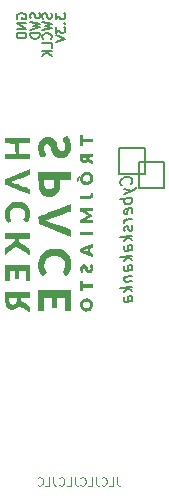
<source format=gbo>
G04 #@! TF.GenerationSoftware,KiCad,Pcbnew,(6.0.6)*
G04 #@! TF.CreationDate,2022-07-02T21:51:47+02:00*
G04 #@! TF.ProjectId,hs3-arduino-nano,6873332d-6172-4647-9569-6e6f2d6e616e,rev?*
G04 #@! TF.SameCoordinates,Original*
G04 #@! TF.FileFunction,Legend,Bot*
G04 #@! TF.FilePolarity,Positive*
%FSLAX46Y46*%
G04 Gerber Fmt 4.6, Leading zero omitted, Abs format (unit mm)*
G04 Created by KiCad (PCBNEW (6.0.6)) date 2022-07-02 21:51:47*
%MOMM*%
%LPD*%
G01*
G04 APERTURE LIST*
%ADD10C,0.150000*%
%ADD11C,0.100000*%
%ADD12C,2.540000*%
%ADD13R,0.850000X0.850000*%
%ADD14O,0.850000X0.850000*%
%ADD15C,0.650000*%
%ADD16O,1.000000X2.100000*%
%ADD17O,1.000000X1.600000*%
G04 APERTURE END LIST*
D10*
X152273000Y-84455000D02*
X154432000Y-84455000D01*
X154432000Y-84455000D02*
X154432000Y-82296000D01*
X154432000Y-82296000D02*
X152273000Y-82296000D01*
X152273000Y-82296000D02*
X152273000Y-84455000D01*
X150622000Y-83248500D02*
X152781000Y-83248500D01*
X152781000Y-83248500D02*
X152781000Y-81089500D01*
X152781000Y-81089500D02*
X150622000Y-81089500D01*
X150622000Y-81089500D02*
X150622000Y-83248500D01*
D11*
X150426333Y-108963666D02*
X150426333Y-109463666D01*
X150459666Y-109563666D01*
X150526333Y-109630333D01*
X150626333Y-109663666D01*
X150693000Y-109663666D01*
X149759666Y-109663666D02*
X150093000Y-109663666D01*
X150093000Y-108963666D01*
X149126333Y-109597000D02*
X149159666Y-109630333D01*
X149259666Y-109663666D01*
X149326333Y-109663666D01*
X149426333Y-109630333D01*
X149493000Y-109563666D01*
X149526333Y-109497000D01*
X149559666Y-109363666D01*
X149559666Y-109263666D01*
X149526333Y-109130333D01*
X149493000Y-109063666D01*
X149426333Y-108997000D01*
X149326333Y-108963666D01*
X149259666Y-108963666D01*
X149159666Y-108997000D01*
X149126333Y-109030333D01*
X148626333Y-108963666D02*
X148626333Y-109463666D01*
X148659666Y-109563666D01*
X148726333Y-109630333D01*
X148826333Y-109663666D01*
X148893000Y-109663666D01*
X147959666Y-109663666D02*
X148293000Y-109663666D01*
X148293000Y-108963666D01*
X147326333Y-109597000D02*
X147359666Y-109630333D01*
X147459666Y-109663666D01*
X147526333Y-109663666D01*
X147626333Y-109630333D01*
X147693000Y-109563666D01*
X147726333Y-109497000D01*
X147759666Y-109363666D01*
X147759666Y-109263666D01*
X147726333Y-109130333D01*
X147693000Y-109063666D01*
X147626333Y-108997000D01*
X147526333Y-108963666D01*
X147459666Y-108963666D01*
X147359666Y-108997000D01*
X147326333Y-109030333D01*
X146826333Y-108963666D02*
X146826333Y-109463666D01*
X146859666Y-109563666D01*
X146926333Y-109630333D01*
X147026333Y-109663666D01*
X147093000Y-109663666D01*
X146159666Y-109663666D02*
X146493000Y-109663666D01*
X146493000Y-108963666D01*
X145526333Y-109597000D02*
X145559666Y-109630333D01*
X145659666Y-109663666D01*
X145726333Y-109663666D01*
X145826333Y-109630333D01*
X145893000Y-109563666D01*
X145926333Y-109497000D01*
X145959666Y-109363666D01*
X145959666Y-109263666D01*
X145926333Y-109130333D01*
X145893000Y-109063666D01*
X145826333Y-108997000D01*
X145726333Y-108963666D01*
X145659666Y-108963666D01*
X145559666Y-108997000D01*
X145526333Y-109030333D01*
X145026333Y-108963666D02*
X145026333Y-109463666D01*
X145059666Y-109563666D01*
X145126333Y-109630333D01*
X145226333Y-109663666D01*
X145293000Y-109663666D01*
X144359666Y-109663666D02*
X144693000Y-109663666D01*
X144693000Y-108963666D01*
X143726333Y-109597000D02*
X143759666Y-109630333D01*
X143859666Y-109663666D01*
X143926333Y-109663666D01*
X144026333Y-109630333D01*
X144093000Y-109563666D01*
X144126333Y-109497000D01*
X144159666Y-109363666D01*
X144159666Y-109263666D01*
X144126333Y-109130333D01*
X144093000Y-109063666D01*
X144026333Y-108997000D01*
X143926333Y-108963666D01*
X143859666Y-108963666D01*
X143759666Y-108997000D01*
X143726333Y-109030333D01*
D10*
X151614142Y-84126755D02*
X151661761Y-84073184D01*
X151709380Y-83924375D01*
X151709380Y-83829136D01*
X151661761Y-83692232D01*
X151566523Y-83608898D01*
X151471285Y-83573184D01*
X151280809Y-83549375D01*
X151137952Y-83567232D01*
X150947476Y-83638660D01*
X150852238Y-83698184D01*
X150757000Y-83805327D01*
X150709380Y-83954136D01*
X150709380Y-84049375D01*
X150757000Y-84186279D01*
X150804619Y-84227946D01*
X151042714Y-84531517D02*
X151709380Y-84686279D01*
X151042714Y-85007708D02*
X151709380Y-84686279D01*
X151947476Y-84561279D01*
X151995095Y-84507708D01*
X152042714Y-84406517D01*
X151709380Y-85305327D02*
X150709380Y-85430327D01*
X151090333Y-85382708D02*
X151042714Y-85483898D01*
X151042714Y-85674375D01*
X151090333Y-85763660D01*
X151137952Y-85805327D01*
X151233190Y-85841041D01*
X151518904Y-85805327D01*
X151614142Y-85745803D01*
X151661761Y-85692232D01*
X151709380Y-85591041D01*
X151709380Y-85400565D01*
X151661761Y-85311279D01*
X151661761Y-86596994D02*
X151709380Y-86495803D01*
X151709380Y-86305327D01*
X151661761Y-86216041D01*
X151566523Y-86180327D01*
X151185571Y-86227946D01*
X151090333Y-86287470D01*
X151042714Y-86388660D01*
X151042714Y-86579136D01*
X151090333Y-86668422D01*
X151185571Y-86704136D01*
X151280809Y-86692232D01*
X151376047Y-86204136D01*
X151709380Y-87067232D02*
X151042714Y-87150565D01*
X151233190Y-87126755D02*
X151137952Y-87186279D01*
X151090333Y-87239851D01*
X151042714Y-87341041D01*
X151042714Y-87436279D01*
X151661761Y-87644613D02*
X151709380Y-87733898D01*
X151709380Y-87924375D01*
X151661761Y-88025565D01*
X151566523Y-88085089D01*
X151518904Y-88091041D01*
X151423666Y-88055327D01*
X151376047Y-87966041D01*
X151376047Y-87823184D01*
X151328428Y-87733898D01*
X151233190Y-87698184D01*
X151185571Y-87704136D01*
X151090333Y-87763660D01*
X151042714Y-87864851D01*
X151042714Y-88007708D01*
X151090333Y-88096994D01*
X151709380Y-88495803D02*
X150709380Y-88620803D01*
X151328428Y-88638660D02*
X151709380Y-88876755D01*
X151042714Y-88960089D02*
X151423666Y-88531517D01*
X151709380Y-89733898D02*
X151185571Y-89799375D01*
X151090333Y-89763660D01*
X151042714Y-89674375D01*
X151042714Y-89483898D01*
X151090333Y-89382708D01*
X151661761Y-89739851D02*
X151709380Y-89638660D01*
X151709380Y-89400565D01*
X151661761Y-89311279D01*
X151566523Y-89275565D01*
X151471285Y-89287470D01*
X151376047Y-89346994D01*
X151328428Y-89448184D01*
X151328428Y-89686279D01*
X151280809Y-89787470D01*
X151709380Y-90210089D02*
X150709380Y-90335089D01*
X151328428Y-90352946D02*
X151709380Y-90591041D01*
X151042714Y-90674375D02*
X151423666Y-90245803D01*
X151709380Y-91448184D02*
X151185571Y-91513660D01*
X151090333Y-91477946D01*
X151042714Y-91388660D01*
X151042714Y-91198184D01*
X151090333Y-91096994D01*
X151661761Y-91454136D02*
X151709380Y-91352946D01*
X151709380Y-91114851D01*
X151661761Y-91025565D01*
X151566523Y-90989851D01*
X151471285Y-91001755D01*
X151376047Y-91061279D01*
X151328428Y-91162470D01*
X151328428Y-91400565D01*
X151280809Y-91501755D01*
X151042714Y-92007708D02*
X151709380Y-91924375D01*
X151137952Y-91995803D02*
X151090333Y-92049375D01*
X151042714Y-92150565D01*
X151042714Y-92293422D01*
X151090333Y-92382708D01*
X151185571Y-92418422D01*
X151709380Y-92352946D01*
X151709380Y-92829136D02*
X150709380Y-92954136D01*
X151328428Y-92971994D02*
X151709380Y-93210089D01*
X151042714Y-93293422D02*
X151423666Y-92864851D01*
X151709380Y-94067232D02*
X151185571Y-94132708D01*
X151090333Y-94096994D01*
X151042714Y-94007708D01*
X151042714Y-93817232D01*
X151090333Y-93716041D01*
X151661761Y-94073184D02*
X151709380Y-93971994D01*
X151709380Y-93733898D01*
X151661761Y-93644613D01*
X151566523Y-93608898D01*
X151471285Y-93620803D01*
X151376047Y-93680327D01*
X151328428Y-93781517D01*
X151328428Y-94019613D01*
X151280809Y-94120803D01*
X141967000Y-70129476D02*
X141928904Y-70053285D01*
X141928904Y-69939000D01*
X141967000Y-69824714D01*
X142043190Y-69748523D01*
X142119380Y-69710428D01*
X142271761Y-69672333D01*
X142386047Y-69672333D01*
X142538428Y-69710428D01*
X142614619Y-69748523D01*
X142690809Y-69824714D01*
X142728904Y-69939000D01*
X142728904Y-70015190D01*
X142690809Y-70129476D01*
X142652714Y-70167571D01*
X142386047Y-70167571D01*
X142386047Y-70015190D01*
X142728904Y-70510428D02*
X141928904Y-70510428D01*
X142728904Y-70967571D01*
X141928904Y-70967571D01*
X142728904Y-71348523D02*
X141928904Y-71348523D01*
X141928904Y-71539000D01*
X141967000Y-71653285D01*
X142043190Y-71729476D01*
X142119380Y-71767571D01*
X142271761Y-71805666D01*
X142386047Y-71805666D01*
X142538428Y-71767571D01*
X142614619Y-71729476D01*
X142690809Y-71653285D01*
X142728904Y-71539000D01*
X142728904Y-71348523D01*
X144849809Y-69691476D02*
X144887904Y-69805761D01*
X144887904Y-69996238D01*
X144849809Y-70072428D01*
X144811714Y-70110523D01*
X144735523Y-70148619D01*
X144659333Y-70148619D01*
X144583142Y-70110523D01*
X144545047Y-70072428D01*
X144506952Y-69996238D01*
X144468857Y-69843857D01*
X144430761Y-69767666D01*
X144392666Y-69729571D01*
X144316476Y-69691476D01*
X144240285Y-69691476D01*
X144164095Y-69729571D01*
X144126000Y-69767666D01*
X144087904Y-69843857D01*
X144087904Y-70034333D01*
X144126000Y-70148619D01*
X144087904Y-70415285D02*
X144887904Y-70605761D01*
X144316476Y-70758142D01*
X144887904Y-70910523D01*
X144087904Y-71101000D01*
X144811714Y-71862904D02*
X144849809Y-71824809D01*
X144887904Y-71710523D01*
X144887904Y-71634333D01*
X144849809Y-71520047D01*
X144773619Y-71443857D01*
X144697428Y-71405761D01*
X144545047Y-71367666D01*
X144430761Y-71367666D01*
X144278380Y-71405761D01*
X144202190Y-71443857D01*
X144126000Y-71520047D01*
X144087904Y-71634333D01*
X144087904Y-71710523D01*
X144126000Y-71824809D01*
X144164095Y-71862904D01*
X144887904Y-72586714D02*
X144887904Y-72205761D01*
X144087904Y-72205761D01*
X144887904Y-72853380D02*
X144087904Y-72853380D01*
X144887904Y-73310523D02*
X144430761Y-72967666D01*
X144087904Y-73310523D02*
X144545047Y-72853380D01*
X143833809Y-69653285D02*
X143871904Y-69767571D01*
X143871904Y-69958047D01*
X143833809Y-70034238D01*
X143795714Y-70072333D01*
X143719523Y-70110428D01*
X143643333Y-70110428D01*
X143567142Y-70072333D01*
X143529047Y-70034238D01*
X143490952Y-69958047D01*
X143452857Y-69805666D01*
X143414761Y-69729476D01*
X143376666Y-69691380D01*
X143300476Y-69653285D01*
X143224285Y-69653285D01*
X143148095Y-69691380D01*
X143110000Y-69729476D01*
X143071904Y-69805666D01*
X143071904Y-69996142D01*
X143110000Y-70110428D01*
X143071904Y-70377095D02*
X143871904Y-70567571D01*
X143300476Y-70719952D01*
X143871904Y-70872333D01*
X143071904Y-71062809D01*
X143871904Y-71367571D02*
X143071904Y-71367571D01*
X143071904Y-71558047D01*
X143110000Y-71672333D01*
X143186190Y-71748523D01*
X143262380Y-71786619D01*
X143414761Y-71824714D01*
X143529047Y-71824714D01*
X143681428Y-71786619D01*
X143757619Y-71748523D01*
X143833809Y-71672333D01*
X143871904Y-71558047D01*
X143871904Y-71367571D01*
X145230904Y-69685047D02*
X145230904Y-70180285D01*
X145535666Y-69913619D01*
X145535666Y-70027904D01*
X145573761Y-70104095D01*
X145611857Y-70142190D01*
X145688047Y-70180285D01*
X145878523Y-70180285D01*
X145954714Y-70142190D01*
X145992809Y-70104095D01*
X146030904Y-70027904D01*
X146030904Y-69799333D01*
X145992809Y-69723142D01*
X145954714Y-69685047D01*
X145954714Y-70523142D02*
X145992809Y-70561238D01*
X146030904Y-70523142D01*
X145992809Y-70485047D01*
X145954714Y-70523142D01*
X146030904Y-70523142D01*
X145230904Y-70827904D02*
X145230904Y-71323142D01*
X145535666Y-71056476D01*
X145535666Y-71170761D01*
X145573761Y-71246952D01*
X145611857Y-71285047D01*
X145688047Y-71323142D01*
X145878523Y-71323142D01*
X145954714Y-71285047D01*
X145992809Y-71246952D01*
X146030904Y-71170761D01*
X146030904Y-70942190D01*
X145992809Y-70866000D01*
X145954714Y-70827904D01*
X145230904Y-71551714D02*
X146030904Y-71818380D01*
X145230904Y-72085047D01*
G36*
X148422740Y-88491185D02*
G01*
X147288158Y-88491185D01*
X147288158Y-88198389D01*
X148422740Y-88198389D01*
X148422740Y-88491185D01*
G37*
G36*
X148120604Y-83150475D02*
G01*
X148265804Y-83260093D01*
X148371260Y-83420350D01*
X148402466Y-83513101D01*
X148416505Y-83701214D01*
X148372655Y-83881289D01*
X148278379Y-84038433D01*
X148141142Y-84157750D01*
X147968406Y-84224345D01*
X147795066Y-84231491D01*
X147622439Y-84182610D01*
X147479498Y-84084864D01*
X147372805Y-83950033D01*
X147308922Y-83789896D01*
X147295920Y-83634294D01*
X147542162Y-83634294D01*
X147555320Y-83760619D01*
X147621396Y-83864835D01*
X147710970Y-83913867D01*
X147845725Y-83935427D01*
X147982712Y-83919083D01*
X148089503Y-83864835D01*
X148141470Y-83793485D01*
X148166544Y-83657045D01*
X148164330Y-83620394D01*
X148118535Y-83498281D01*
X148026336Y-83412602D01*
X147904680Y-83370251D01*
X147770515Y-83378126D01*
X147640788Y-83443121D01*
X147580675Y-83512988D01*
X147542162Y-83634294D01*
X147295920Y-83634294D01*
X147294411Y-83616231D01*
X147335835Y-83440819D01*
X147439756Y-83275437D01*
X147448244Y-83265979D01*
X147599481Y-83149248D01*
X147772149Y-83092674D01*
X147904680Y-83093564D01*
X147950955Y-83093875D01*
X148120604Y-83150475D01*
G37*
G36*
X148422740Y-86441617D02*
G01*
X147782250Y-86445217D01*
X148026612Y-86570666D01*
X148043769Y-86579537D01*
X148162594Y-86644607D01*
X148252199Y-86699770D01*
X148294320Y-86733891D01*
X148308337Y-86771808D01*
X148284368Y-86851380D01*
X148191492Y-86940283D01*
X148028139Y-87040323D01*
X147782250Y-87171483D01*
X148102495Y-87172544D01*
X148422740Y-87173606D01*
X148422740Y-87429801D01*
X147283740Y-87429801D01*
X147295099Y-87292554D01*
X147296541Y-87276092D01*
X147306703Y-87215984D01*
X147332271Y-87168785D01*
X147385766Y-87123092D01*
X147479707Y-87067501D01*
X147626614Y-86990608D01*
X147715352Y-86944239D01*
X147834584Y-86879208D01*
X147916390Y-86830997D01*
X147946770Y-86807611D01*
X147934182Y-86796064D01*
X147869531Y-86755990D01*
X147762342Y-86696173D01*
X147626614Y-86624614D01*
X147588311Y-86604876D01*
X147454408Y-86533768D01*
X147370655Y-86481397D01*
X147324532Y-86436359D01*
X147303520Y-86387251D01*
X147295099Y-86322669D01*
X147283740Y-86185421D01*
X148422740Y-86185421D01*
X148422740Y-86441617D01*
G37*
G36*
X143042625Y-88783980D02*
G01*
X142585132Y-88783980D01*
X142418609Y-88784393D01*
X142282087Y-88787053D01*
X142196644Y-88793933D01*
X142150365Y-88807002D01*
X142131335Y-88828230D01*
X142127639Y-88859585D01*
X142129334Y-88893998D01*
X142147567Y-88961490D01*
X142193211Y-89028348D01*
X142275388Y-89103657D01*
X142403220Y-89196503D01*
X142585828Y-89315971D01*
X142592848Y-89320454D01*
X142743295Y-89420010D01*
X142871438Y-89511082D01*
X142963897Y-89583762D01*
X143007298Y-89628144D01*
X143007829Y-89629165D01*
X143024043Y-89692002D01*
X143035623Y-89793298D01*
X143041910Y-89910807D01*
X143042245Y-90022283D01*
X143035967Y-90105482D01*
X143022418Y-90138159D01*
X142994357Y-90126130D01*
X142914355Y-90079399D01*
X142796397Y-90005162D01*
X142652794Y-89911704D01*
X142495857Y-89807307D01*
X142337895Y-89700256D01*
X142191220Y-89598833D01*
X142068141Y-89511323D01*
X141980970Y-89446009D01*
X141942016Y-89411174D01*
X141911980Y-89377325D01*
X141885113Y-89395387D01*
X141854492Y-89431670D01*
X141778647Y-89498015D01*
X141676791Y-89575743D01*
X141654622Y-89591703D01*
X141523881Y-89686575D01*
X141369456Y-89799501D01*
X141220217Y-89909385D01*
X140953285Y-90106787D01*
X140964021Y-89823304D01*
X140974758Y-89539821D01*
X141377351Y-89261531D01*
X141530645Y-89153632D01*
X141654189Y-89060146D01*
X141732748Y-88989549D01*
X141775476Y-88933487D01*
X141791526Y-88883610D01*
X141803107Y-88783980D01*
X140956458Y-88783980D01*
X140956458Y-88308188D01*
X143042625Y-88308188D01*
X143042625Y-88783980D01*
G37*
G36*
X148161398Y-89273145D02*
G01*
X148278487Y-89229175D01*
X148342793Y-89206430D01*
X148357656Y-89201958D01*
X148404038Y-89196994D01*
X148419874Y-89230909D01*
X148415992Y-89320593D01*
X148405051Y-89396736D01*
X148367601Y-89464916D01*
X148285493Y-89513424D01*
X148229756Y-89540502D01*
X148187041Y-89580122D01*
X148169769Y-89645555D01*
X148166544Y-89760470D01*
X148169589Y-89854604D01*
X148185450Y-89931817D01*
X148217389Y-89955162D01*
X148239075Y-89956812D01*
X148332206Y-90001885D01*
X148397970Y-90090600D01*
X148416526Y-90198692D01*
X148404441Y-90312356D01*
X147855449Y-90101866D01*
X147306458Y-89891376D01*
X147306458Y-89748004D01*
X147601242Y-89748004D01*
X147728346Y-89793899D01*
X147743133Y-89799149D01*
X147838051Y-89828941D01*
X147901199Y-89842579D01*
X147933300Y-89816353D01*
X147946948Y-89737787D01*
X147946948Y-89630210D01*
X147601242Y-89748004D01*
X147306458Y-89748004D01*
X147306458Y-89607703D01*
X147782250Y-89420224D01*
X147829821Y-89401514D01*
X147946948Y-89355849D01*
X148006763Y-89332529D01*
X148161398Y-89273145D01*
G37*
G36*
X146519570Y-83769859D02*
G01*
X145614180Y-83769859D01*
X145597109Y-84153699D01*
X145591419Y-84265835D01*
X145578303Y-84420582D01*
X145557324Y-84537338D01*
X145523764Y-84638639D01*
X145472904Y-84747022D01*
X145444629Y-84798918D01*
X145296459Y-84990564D01*
X145107444Y-85122309D01*
X144872829Y-85197721D01*
X144796376Y-85209468D01*
X144539993Y-85209154D01*
X144309534Y-85146375D01*
X144113180Y-85024280D01*
X143959114Y-84846019D01*
X143948589Y-84829153D01*
X143886758Y-84713443D01*
X143840837Y-84587600D01*
X143808743Y-84439051D01*
X143788395Y-84255226D01*
X143777938Y-84028461D01*
X144250406Y-84028461D01*
X144258600Y-84194697D01*
X144298654Y-84368860D01*
X144376042Y-84486264D01*
X144495165Y-84552768D01*
X144660427Y-84574233D01*
X144841184Y-84556820D01*
X144984319Y-84495070D01*
X145076638Y-84386741D01*
X145098445Y-84324159D01*
X145120581Y-84190502D01*
X145128792Y-84027873D01*
X145128792Y-83769859D01*
X144250406Y-83769859D01*
X144250406Y-84028461D01*
X143777938Y-84028461D01*
X143777712Y-84023552D01*
X143774614Y-83731458D01*
X143774614Y-83147669D01*
X146519570Y-83147669D01*
X146519570Y-83769859D01*
G37*
G36*
X146519570Y-86130194D02*
G01*
X146515845Y-86277684D01*
X146500519Y-86408218D01*
X146473821Y-86470220D01*
X146470843Y-86472202D01*
X146414791Y-86496759D01*
X146300080Y-86540539D01*
X146135971Y-86600216D01*
X145931727Y-86672464D01*
X145696612Y-86753960D01*
X145439887Y-86841378D01*
X145396814Y-86855922D01*
X145142484Y-86941916D01*
X144910745Y-87020468D01*
X144710952Y-87088393D01*
X144552460Y-87142506D01*
X144444626Y-87179621D01*
X144396804Y-87196552D01*
X144396998Y-87200935D01*
X144443552Y-87226199D01*
X144548414Y-87270049D01*
X144703695Y-87329515D01*
X144901509Y-87401623D01*
X145133967Y-87483405D01*
X145393181Y-87571887D01*
X145491613Y-87605122D01*
X145749256Y-87693227D01*
X145981815Y-87774333D01*
X146180410Y-87845241D01*
X146336158Y-87902750D01*
X146440178Y-87943659D01*
X146483587Y-87964770D01*
X146484577Y-87965835D01*
X146503112Y-88025368D01*
X146512691Y-88141496D01*
X146511993Y-88298688D01*
X146501271Y-88593478D01*
X143792913Y-87546034D01*
X143782443Y-87217463D01*
X143771974Y-86888891D01*
X143873942Y-86851948D01*
X143874714Y-86851668D01*
X143933350Y-86829508D01*
X144051657Y-86784139D01*
X144221335Y-86718768D01*
X144434083Y-86636599D01*
X144681600Y-86540840D01*
X144955586Y-86434695D01*
X145247740Y-86321370D01*
X146519570Y-85827734D01*
X146519570Y-86130194D01*
G37*
G36*
X147250486Y-83596525D02*
G01*
X147243227Y-83660936D01*
X147210530Y-83769645D01*
X147161572Y-83875807D01*
X147107487Y-83956551D01*
X147059412Y-83989003D01*
X147053331Y-83985472D01*
X147038073Y-83934995D01*
X147031962Y-83843635D01*
X147032993Y-83808184D01*
X147061494Y-83689741D01*
X147140688Y-83578290D01*
X147249413Y-83458764D01*
X147250486Y-83596525D01*
G37*
G36*
X148298805Y-90934097D02*
G01*
X148358860Y-91025695D01*
X148385307Y-91089322D01*
X148414887Y-91252683D01*
X148398257Y-91411940D01*
X148339268Y-91546970D01*
X148241771Y-91637650D01*
X148199276Y-91657469D01*
X148053263Y-91681769D01*
X147919778Y-91639280D01*
X147808521Y-91534994D01*
X147729189Y-91373899D01*
X147714042Y-91329754D01*
X147666235Y-91236355D01*
X147614353Y-91210715D01*
X147552651Y-91248759D01*
X147537372Y-91265230D01*
X147513827Y-91322010D01*
X147537863Y-91401209D01*
X147545107Y-91417434D01*
X147576908Y-91519454D01*
X147559108Y-91584983D01*
X147487611Y-91632916D01*
X147467759Y-91641699D01*
X147413930Y-91654395D01*
X147377569Y-91624717D01*
X147337446Y-91539451D01*
X147326328Y-91510709D01*
X147294859Y-91343548D01*
X147316287Y-91189323D01*
X147383792Y-91061942D01*
X147490553Y-90975313D01*
X147629750Y-90943346D01*
X147664943Y-90944645D01*
X147794343Y-90982216D01*
X147891719Y-91077007D01*
X147965254Y-91236161D01*
X147993388Y-91311134D01*
X148046607Y-91397027D01*
X148103553Y-91413359D01*
X148168003Y-91362482D01*
X148189574Y-91327478D01*
X148190026Y-91268463D01*
X148152615Y-91174951D01*
X148141781Y-91152031D01*
X148111218Y-91074324D01*
X148114754Y-91025358D01*
X148152347Y-90975412D01*
X148168389Y-90958487D01*
X148238703Y-90912520D01*
X148298805Y-90934097D01*
G37*
G36*
X143042625Y-92334124D02*
G01*
X142676631Y-92334124D01*
X142676631Y-91492338D01*
X142164239Y-91492338D01*
X142164239Y-92151127D01*
X141798245Y-92151127D01*
X141798245Y-91492338D01*
X141322452Y-91492338D01*
X141322452Y-92334124D01*
X140956458Y-92334124D01*
X140956458Y-91016545D01*
X143042625Y-91016545D01*
X143042625Y-92334124D01*
G37*
G36*
X148356607Y-84868919D02*
G01*
X148401959Y-84884063D01*
X148419698Y-84932973D01*
X148422740Y-85035355D01*
X148418133Y-85124579D01*
X148387647Y-85221086D01*
X148315757Y-85309850D01*
X148307843Y-85317757D01*
X148263049Y-85359489D01*
X148218253Y-85387466D01*
X148158815Y-85404439D01*
X148070096Y-85413158D01*
X147937456Y-85416373D01*
X147746257Y-85416833D01*
X147283740Y-85416833D01*
X147295099Y-85279585D01*
X147306458Y-85142338D01*
X147736501Y-85132026D01*
X147906694Y-85126138D01*
X148055927Y-85114990D01*
X148142479Y-85098895D01*
X148172119Y-85077127D01*
X148173583Y-85066214D01*
X148186197Y-84995940D01*
X148188385Y-84985699D01*
X148198922Y-84913591D01*
X148233623Y-84881255D01*
X148312942Y-84867842D01*
X148356607Y-84868919D01*
G37*
G36*
X147454055Y-80000446D02*
G01*
X147516532Y-80011127D01*
X147540476Y-80052783D01*
X147544354Y-80146516D01*
X147544354Y-80292914D01*
X147959148Y-80292914D01*
X148108618Y-80294525D01*
X148252191Y-80299697D01*
X148354004Y-80307584D01*
X148398341Y-80317314D01*
X148399782Y-80318966D01*
X148416044Y-80373277D01*
X148422740Y-80463711D01*
X148422740Y-80585709D01*
X147544354Y-80585709D01*
X147544354Y-80732107D01*
X147544068Y-80775305D01*
X147534721Y-80846707D01*
X147498273Y-80874073D01*
X147416256Y-80878505D01*
X147288158Y-80878505D01*
X147288158Y-80000119D01*
X147416256Y-80000119D01*
X147454055Y-80000446D01*
G37*
G36*
X146519570Y-94896084D02*
G01*
X146043778Y-94896084D01*
X146043778Y-93761502D01*
X145384988Y-93761502D01*
X145384988Y-94603289D01*
X144909196Y-94603289D01*
X144909196Y-93761502D01*
X144250406Y-93761502D01*
X144250406Y-94896084D01*
X143774614Y-94896084D01*
X143774614Y-93102712D01*
X146519570Y-93102712D01*
X146519570Y-94896084D01*
G37*
G36*
X143042625Y-93761502D02*
G01*
X142274037Y-93761502D01*
X142274037Y-93883051D01*
X142274075Y-93891485D01*
X142279478Y-93947216D01*
X142302282Y-93993191D01*
X142354259Y-94040505D01*
X142447182Y-94100255D01*
X142592823Y-94183538D01*
X142650082Y-94215756D01*
X142811392Y-94309601D01*
X142921110Y-94384161D01*
X142989165Y-94451527D01*
X143025484Y-94523792D01*
X143039994Y-94613048D01*
X143042625Y-94731387D01*
X143040405Y-94848524D01*
X143034277Y-94935891D01*
X143025612Y-94969283D01*
X142992918Y-94955577D01*
X142910582Y-94909989D01*
X142795064Y-94841470D01*
X142661420Y-94759410D01*
X142524708Y-94673198D01*
X142399985Y-94592224D01*
X142302307Y-94525879D01*
X142246732Y-94483552D01*
X142244430Y-94481441D01*
X142184285Y-94434024D01*
X142152531Y-94423197D01*
X142149447Y-94427337D01*
X142115656Y-94475143D01*
X142061609Y-94553027D01*
X141946833Y-94668230D01*
X141782269Y-94751624D01*
X141596536Y-94787872D01*
X141410623Y-94773105D01*
X141245516Y-94703454D01*
X141150870Y-94628927D01*
X141078669Y-94539277D01*
X141027452Y-94424155D01*
X140993466Y-94271691D01*
X140972959Y-94070013D01*
X140962176Y-93807251D01*
X140961072Y-93761502D01*
X141285853Y-93761502D01*
X141286057Y-93862150D01*
X141288322Y-93916413D01*
X141318343Y-94075637D01*
X141376040Y-94210406D01*
X141452205Y-94296643D01*
X141515572Y-94327137D01*
X141648167Y-94337990D01*
X141774893Y-94290206D01*
X141873052Y-94189559D01*
X141873897Y-94188165D01*
X141924407Y-94060634D01*
X141944506Y-93917049D01*
X141944642Y-93761502D01*
X141285853Y-93761502D01*
X140961072Y-93761502D01*
X140949594Y-93285709D01*
X143042625Y-93285709D01*
X143042625Y-93761502D01*
G37*
G36*
X143042625Y-80695508D02*
G01*
X142164239Y-80695508D01*
X142164239Y-81573894D01*
X143042625Y-81573894D01*
X143042625Y-82049686D01*
X140956458Y-82049686D01*
X140956458Y-81573894D01*
X141837167Y-81573894D01*
X141826856Y-81143850D01*
X141816544Y-80713807D01*
X140956458Y-80693185D01*
X140956458Y-80219715D01*
X143042625Y-80219715D01*
X143042625Y-80695508D01*
G37*
G36*
X142348638Y-85681918D02*
G01*
X142567069Y-85780209D01*
X142765423Y-85940795D01*
X142865238Y-86052787D01*
X142948219Y-86167587D01*
X142994776Y-86258620D01*
X142995718Y-86261680D01*
X143016160Y-86365136D01*
X143031646Y-86510095D01*
X143038889Y-86666184D01*
X143038358Y-86788131D01*
X143026685Y-86914830D01*
X142996644Y-87021315D01*
X142941977Y-87138063D01*
X142889183Y-87233748D01*
X142814882Y-87338378D01*
X142748490Y-87380286D01*
X142680694Y-87363717D01*
X142602184Y-87292914D01*
X142495310Y-87174327D01*
X142588950Y-87000119D01*
X142630116Y-86916067D01*
X142666386Y-86791361D01*
X142667133Y-86656740D01*
X142642652Y-86526646D01*
X142556924Y-86356610D01*
X142416168Y-86232455D01*
X142223302Y-86156420D01*
X141981242Y-86130741D01*
X141836169Y-86140095D01*
X141631304Y-86197301D01*
X141477955Y-86305639D01*
X141377355Y-86464083D01*
X141330737Y-86671608D01*
X141326607Y-86751852D01*
X141340728Y-86889094D01*
X141391649Y-87019362D01*
X141414245Y-87065138D01*
X141453370Y-87153869D01*
X141468850Y-87204403D01*
X141463816Y-87217527D01*
X141417724Y-87270172D01*
X141339108Y-87337076D01*
X141287278Y-87374078D01*
X141214443Y-87405923D01*
X141155284Y-87388680D01*
X141096742Y-87315839D01*
X141025761Y-87180892D01*
X141014081Y-87155528D01*
X140950679Y-86934472D01*
X140934274Y-86686782D01*
X140964464Y-86438220D01*
X141040845Y-86214551D01*
X141044358Y-86207444D01*
X141195276Y-85979628D01*
X141391488Y-85808930D01*
X141630741Y-85696825D01*
X141910786Y-85644786D01*
X142097944Y-85641702D01*
X142348638Y-85681918D01*
G37*
G36*
X145214374Y-89607524D02*
G01*
X145389065Y-89609928D01*
X145515859Y-89618325D01*
X145615315Y-89636053D01*
X145707995Y-89666451D01*
X145814457Y-89712856D01*
X146029543Y-89838532D01*
X146248936Y-90038760D01*
X146415637Y-90282267D01*
X146521293Y-90559052D01*
X146546955Y-90731019D01*
X146550547Y-90953107D01*
X146530204Y-91179716D01*
X146487302Y-91377693D01*
X146483925Y-91388295D01*
X146427884Y-91526619D01*
X146354326Y-91662969D01*
X146274360Y-91780820D01*
X146199091Y-91863649D01*
X146139629Y-91894931D01*
X146110166Y-91882855D01*
X146039391Y-91830085D01*
X145953338Y-91749618D01*
X145901133Y-91696949D01*
X145855135Y-91644141D01*
X145838529Y-91596712D01*
X145852105Y-91536925D01*
X145896654Y-91447046D01*
X145972968Y-91309340D01*
X146026847Y-91164936D01*
X146042366Y-90964922D01*
X146005307Y-90760487D01*
X145919895Y-90572193D01*
X145790356Y-90420605D01*
X145778603Y-90410991D01*
X145599678Y-90308511D01*
X145381510Y-90243925D01*
X145147243Y-90219783D01*
X144920020Y-90238633D01*
X144722983Y-90303026D01*
X144533602Y-90422898D01*
X144386482Y-90583166D01*
X144300967Y-90778840D01*
X144272878Y-91016545D01*
X144272931Y-91043308D01*
X144282490Y-91193023D01*
X144315026Y-91315396D01*
X144380240Y-91449548D01*
X144488302Y-91644656D01*
X144323605Y-91788569D01*
X144246390Y-91850341D01*
X144159977Y-91905314D01*
X144105434Y-91922630D01*
X144047711Y-91883712D01*
X143976772Y-91788847D01*
X143903905Y-91654460D01*
X143837738Y-91496571D01*
X143786901Y-91331203D01*
X143760707Y-91214336D01*
X143744149Y-91086678D01*
X143746633Y-90956487D01*
X143766890Y-90789373D01*
X143793628Y-90645258D01*
X143896778Y-90338934D01*
X144055839Y-90079258D01*
X144270090Y-89867247D01*
X144538809Y-89703913D01*
X144547576Y-89699818D01*
X144644524Y-89658382D01*
X144734827Y-89631500D01*
X144838438Y-89616101D01*
X144975309Y-89609114D01*
X145165392Y-89607467D01*
X145214374Y-89607524D01*
G37*
G36*
X146206226Y-80037198D02*
G01*
X146249236Y-80075194D01*
X146308606Y-80161602D01*
X146374483Y-80279031D01*
X146437014Y-80410093D01*
X146486345Y-80537398D01*
X146528353Y-80696993D01*
X146553684Y-80967653D01*
X146523624Y-81226467D01*
X146441489Y-81461431D01*
X146310597Y-81660540D01*
X146134264Y-81811790D01*
X146107686Y-81828130D01*
X146014911Y-81877977D01*
X145926506Y-81906187D01*
X145816646Y-81918733D01*
X145659505Y-81921588D01*
X145598723Y-81921366D01*
X145464807Y-81916623D01*
X145373288Y-81901556D01*
X145301370Y-81870757D01*
X145226254Y-81818820D01*
X145211284Y-81807118D01*
X145115412Y-81713598D01*
X145033498Y-81592486D01*
X144957038Y-81428885D01*
X144877528Y-81207899D01*
X144822465Y-81051038D01*
X144754691Y-80897338D01*
X144687256Y-80799246D01*
X144613168Y-80747317D01*
X144525440Y-80732107D01*
X144447564Y-80739030D01*
X144336329Y-80791664D01*
X144271461Y-80898617D01*
X144250406Y-81062960D01*
X144268353Y-81227303D01*
X144323605Y-81390897D01*
X144341330Y-81426599D01*
X144392305Y-81561575D01*
X144390077Y-81660599D01*
X144330336Y-81739557D01*
X144208774Y-81814340D01*
X144158061Y-81840083D01*
X144077938Y-81875440D01*
X144022058Y-81878482D01*
X143976117Y-81840949D01*
X143925812Y-81754583D01*
X143856839Y-81611124D01*
X143830347Y-81552514D01*
X143787757Y-81428006D01*
X143766077Y-81293254D01*
X143759131Y-81117032D01*
X143763977Y-80940802D01*
X143795809Y-80733467D01*
X143861763Y-80564430D01*
X143967170Y-80415716D01*
X144053998Y-80327089D01*
X144216371Y-80216635D01*
X144404002Y-80160748D01*
X144634759Y-80152380D01*
X144727654Y-80158423D01*
X144851516Y-80176448D01*
X144944004Y-80210378D01*
X145031882Y-80268006D01*
X145053951Y-80285457D01*
X145151692Y-80383794D01*
X145233912Y-80511013D01*
X145308610Y-80681723D01*
X145383789Y-80910531D01*
X145457418Y-81113274D01*
X145541484Y-81251524D01*
X145640909Y-81329691D01*
X145761239Y-81354297D01*
X145888783Y-81328699D01*
X145987361Y-81249495D01*
X146043539Y-81125761D01*
X146055223Y-80966737D01*
X146020321Y-80781660D01*
X145936738Y-80579769D01*
X145882263Y-80462969D01*
X145847030Y-80360497D01*
X145840788Y-80298800D01*
X145841250Y-80297485D01*
X145881583Y-80248725D01*
X145961249Y-80181349D01*
X146056886Y-80112277D01*
X146145138Y-80058427D01*
X146202644Y-80036718D01*
X146206226Y-80037198D01*
G37*
G36*
X148422740Y-81866689D02*
G01*
X148221444Y-81866689D01*
X148122753Y-81870582D01*
X148041493Y-81890455D01*
X148029491Y-81928912D01*
X148086666Y-81987889D01*
X148212935Y-82069325D01*
X148311073Y-82129285D01*
X148374707Y-82183883D01*
X148404134Y-82245217D01*
X148415695Y-82334671D01*
X148417795Y-82374877D01*
X148415251Y-82456434D01*
X148402912Y-82488879D01*
X148402377Y-82488852D01*
X148359427Y-82469675D01*
X148273340Y-82421754D01*
X148162155Y-82355112D01*
X147945435Y-82221345D01*
X147859019Y-82302529D01*
X147825113Y-82330966D01*
X147738189Y-82369071D01*
X147616388Y-82372247D01*
X147525391Y-82358097D01*
X147425993Y-82309185D01*
X147358761Y-82217796D01*
X147317446Y-82074102D01*
X147304523Y-81951252D01*
X147506701Y-81951252D01*
X147545642Y-82052092D01*
X147589689Y-82100792D01*
X147673544Y-82120326D01*
X147756631Y-82078966D01*
X147782471Y-82036906D01*
X147800550Y-81950868D01*
X147800549Y-81949854D01*
X147790914Y-81895897D01*
X147748858Y-81872053D01*
X147654152Y-81866689D01*
X147607845Y-81868367D01*
X147525967Y-81892518D01*
X147506701Y-81951252D01*
X147304523Y-81951252D01*
X147295795Y-81868277D01*
X147278753Y-81573894D01*
X148422740Y-81573894D01*
X148422740Y-81866689D01*
G37*
G36*
X147878295Y-93798449D02*
G01*
X148078969Y-93836561D01*
X148241648Y-93935374D01*
X148360718Y-94091626D01*
X148372352Y-94115662D01*
X148416980Y-94290099D01*
X148406839Y-94472525D01*
X148347888Y-94644360D01*
X148246083Y-94787021D01*
X148107380Y-94881925D01*
X147957052Y-94926352D01*
X147761834Y-94929467D01*
X147587294Y-94872444D01*
X147444438Y-94761763D01*
X147344274Y-94603903D01*
X147297812Y-94405345D01*
X147299521Y-94365392D01*
X147544354Y-94365392D01*
X147548015Y-94421464D01*
X147595667Y-94542655D01*
X147698233Y-94615541D01*
X147855449Y-94639888D01*
X147860725Y-94639873D01*
X148000303Y-94622057D01*
X148093346Y-94566689D01*
X148140525Y-94495574D01*
X148166544Y-94349168D01*
X148160936Y-94280532D01*
X148111732Y-94173023D01*
X148008521Y-94110889D01*
X147847306Y-94090897D01*
X147792183Y-94093575D01*
X147655724Y-94135371D01*
X147572502Y-94226531D01*
X147544354Y-94365392D01*
X147299521Y-94365392D01*
X147304942Y-94238614D01*
X147368345Y-94057532D01*
X147485982Y-93918578D01*
X147650726Y-93829514D01*
X147847306Y-93799350D01*
X147855449Y-93798101D01*
X147878295Y-93798449D01*
G37*
G36*
X143042065Y-83102454D02*
G01*
X143039332Y-83191973D01*
X143028683Y-83297945D01*
X143012845Y-83357484D01*
X142997328Y-83368536D01*
X142921055Y-83403894D01*
X142791114Y-83456077D01*
X142617654Y-83521215D01*
X142410823Y-83595437D01*
X142180769Y-83674873D01*
X142037303Y-83724123D01*
X141830130Y-83797748D01*
X141657217Y-83862323D01*
X141527385Y-83914403D01*
X141449456Y-83950542D01*
X141432250Y-83967293D01*
X141442606Y-83970991D01*
X141514351Y-83996007D01*
X141640447Y-84039648D01*
X141809927Y-84098127D01*
X142011820Y-84167656D01*
X142235157Y-84244450D01*
X142319034Y-84273494D01*
X142533331Y-84349844D01*
X142720355Y-84419520D01*
X142869560Y-84478412D01*
X142970401Y-84522410D01*
X143012335Y-84547402D01*
X143023996Y-84582876D01*
X143036842Y-84677786D01*
X143042065Y-84799867D01*
X143042625Y-85006388D01*
X142014349Y-84607720D01*
X141917043Y-84570020D01*
X141666576Y-84473225D01*
X141441941Y-84386764D01*
X141251614Y-84313875D01*
X141104074Y-84257800D01*
X141007798Y-84221779D01*
X140971265Y-84209052D01*
X140970861Y-84208959D01*
X140963589Y-84172263D01*
X140958423Y-84081981D01*
X140956458Y-83956772D01*
X140958653Y-83857765D01*
X140973473Y-83736402D01*
X141002207Y-83686514D01*
X141022610Y-83678568D01*
X141105043Y-83646580D01*
X141239447Y-83594480D01*
X141415687Y-83526195D01*
X141623631Y-83445651D01*
X141853144Y-83356775D01*
X141971897Y-83310776D01*
X142208268Y-83219104D01*
X142426961Y-83134148D01*
X142615325Y-83060828D01*
X142760714Y-83004064D01*
X142850478Y-82968778D01*
X143042625Y-82892541D01*
X143042065Y-83102454D01*
G37*
G36*
X147445058Y-92316265D02*
G01*
X147500548Y-92328697D01*
X147526020Y-92373617D01*
X147537309Y-92471372D01*
X147548563Y-92626920D01*
X148427159Y-92626920D01*
X148415800Y-92764167D01*
X148404441Y-92901415D01*
X147974397Y-92911727D01*
X147544354Y-92922038D01*
X147544354Y-93067274D01*
X147544088Y-93109049D01*
X147534794Y-93180653D01*
X147498092Y-93208077D01*
X147415130Y-93212510D01*
X147285905Y-93212510D01*
X147296182Y-92764167D01*
X147306458Y-92315825D01*
X147416256Y-92315825D01*
X147445058Y-92316265D01*
G37*
%LPC*%
D12*
X139446000Y-68707000D03*
X139446000Y-109347000D03*
X154686000Y-109347000D03*
X154686000Y-68707000D03*
D13*
X151765000Y-68961000D03*
D14*
X150765000Y-68961000D03*
D15*
X150210000Y-105731000D03*
X144430000Y-105731000D03*
D16*
X143000000Y-105201000D03*
D17*
X151640000Y-109381000D03*
X143000000Y-109381000D03*
D16*
X151640000Y-105201000D03*
D13*
X145415000Y-68935600D03*
D14*
X144415000Y-68935600D03*
X143415000Y-68935600D03*
X142415000Y-68935600D03*
M02*

</source>
